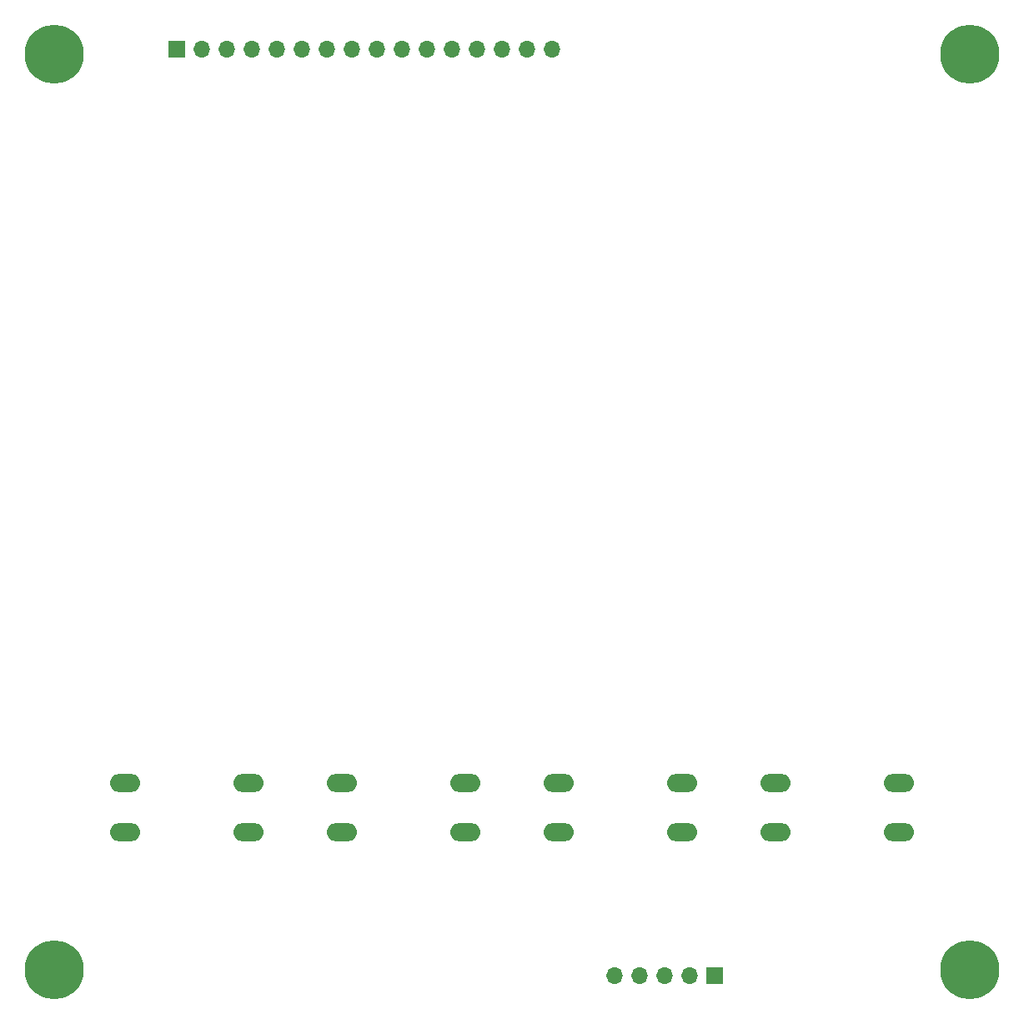
<source format=gbr>
%TF.GenerationSoftware,KiCad,Pcbnew,(6.0.8)*%
%TF.CreationDate,2023-03-03T00:49:48+05:30*%
%TF.ProjectId,STM32DryerPCB,53544d33-3244-4727-9965-725043422e6b,rev?*%
%TF.SameCoordinates,Original*%
%TF.FileFunction,Copper,L1,Top*%
%TF.FilePolarity,Positive*%
%FSLAX46Y46*%
G04 Gerber Fmt 4.6, Leading zero omitted, Abs format (unit mm)*
G04 Created by KiCad (PCBNEW (6.0.8)) date 2023-03-03 00:49:48*
%MOMM*%
%LPD*%
G01*
G04 APERTURE LIST*
%TA.AperFunction,ComponentPad*%
%ADD10C,6.000000*%
%TD*%
%TA.AperFunction,ComponentPad*%
%ADD11O,3.048000X1.850000*%
%TD*%
%TA.AperFunction,ComponentPad*%
%ADD12R,1.700000X1.700000*%
%TD*%
%TA.AperFunction,ComponentPad*%
%ADD13O,1.700000X1.700000*%
%TD*%
G04 APERTURE END LIST*
D10*
%TO.P,H601,1*%
%TO.N,N/C*%
X-188400000Y-26000000D03*
%TD*%
D11*
%TO.P,SW602,1,1*%
%TO.N,+5V*%
X-124640000Y-100000000D03*
X-137140000Y-100000000D03*
%TO.P,SW602,2,2*%
%TO.N,HIGH_KEY_SW_IN*%
X-137140000Y-105000000D03*
X-124640000Y-105000000D03*
%TD*%
D12*
%TO.P,J603,1,Pin_1*%
%TO.N,MID_KEY_SW_IN*%
X-121300000Y-119600000D03*
D13*
%TO.P,J603,2,Pin_2*%
%TO.N,HIGH_KEY_SW_IN*%
X-123840000Y-119600000D03*
%TO.P,J603,3,Pin_3*%
%TO.N,LOW_KEY_SW_IN*%
X-126380000Y-119600000D03*
%TO.P,J603,4,Pin_4*%
%TO.N,FN_KEY_SW_IN*%
X-128920000Y-119600000D03*
%TO.P,J603,5,Pin_5*%
%TO.N,+5V*%
X-131460000Y-119600000D03*
%TD*%
D10*
%TO.P,H602,1*%
%TO.N,N/C*%
X-95400000Y-26000000D03*
%TD*%
%TO.P,H604,1*%
%TO.N,N/C*%
X-95400000Y-119000000D03*
%TD*%
D11*
%TO.P,SW604,1,1*%
%TO.N,+5V*%
X-168640000Y-100000000D03*
X-181140000Y-100000000D03*
%TO.P,SW604,2,2*%
%TO.N,FN_KEY_SW_IN*%
X-168640000Y-105000000D03*
X-181140000Y-105000000D03*
%TD*%
%TO.P,SW601,1,1*%
%TO.N,+5V*%
X-102640000Y-100000000D03*
X-115140000Y-100000000D03*
%TO.P,SW601,2,2*%
%TO.N,MID_KEY_SW_IN*%
X-115140000Y-105000000D03*
X-102640000Y-105000000D03*
%TD*%
%TO.P,SW603,1,1*%
%TO.N,+5V*%
X-146640000Y-100000000D03*
X-159140000Y-100000000D03*
%TO.P,SW603,2,2*%
%TO.N,LOW_KEY_SW_IN*%
X-146640000Y-105000000D03*
X-159140000Y-105000000D03*
%TD*%
D12*
%TO.P,J602,1,Pin_1*%
%TO.N,GND*%
X-175900000Y-25500000D03*
D13*
%TO.P,J602,2,Pin_2*%
%TO.N,+5V*%
X-173360000Y-25500000D03*
%TO.P,J602,3,Pin_3*%
%TO.N,/CONNECTORS/VO*%
X-170820000Y-25500000D03*
%TO.P,J602,4,Pin_4*%
%TO.N,LCD_RS*%
X-168280000Y-25500000D03*
%TO.P,J602,5,Pin_5*%
%TO.N,GND*%
X-165740000Y-25500000D03*
%TO.P,J602,6,Pin_6*%
%TO.N,LCD_EN*%
X-163200000Y-25500000D03*
%TO.P,J602,7,Pin_7*%
%TO.N,LCD_D0*%
X-160660000Y-25500000D03*
%TO.P,J602,8,Pin_8*%
%TO.N,LCD_D1*%
X-158120000Y-25500000D03*
%TO.P,J602,9,Pin_9*%
%TO.N,LCD_D2*%
X-155580000Y-25500000D03*
%TO.P,J602,10,Pin_10*%
%TO.N,LCD_D3*%
X-153040000Y-25500000D03*
%TO.P,J602,11,Pin_11*%
%TO.N,LCD_D4*%
X-150500000Y-25500000D03*
%TO.P,J602,12,Pin_12*%
%TO.N,LCD_D5*%
X-147960000Y-25500000D03*
%TO.P,J602,13,Pin_13*%
%TO.N,LCD_D6*%
X-145420000Y-25500000D03*
%TO.P,J602,14,Pin_14*%
%TO.N,LCD_D7*%
X-142880000Y-25500000D03*
%TO.P,J602,15,Pin_15*%
%TO.N,+5V*%
X-140340000Y-25500000D03*
%TO.P,J602,16,Pin_16*%
%TO.N,GND*%
X-137800000Y-25500000D03*
%TD*%
D10*
%TO.P,H603,1*%
%TO.N,N/C*%
X-188400000Y-119000000D03*
%TD*%
M02*

</source>
